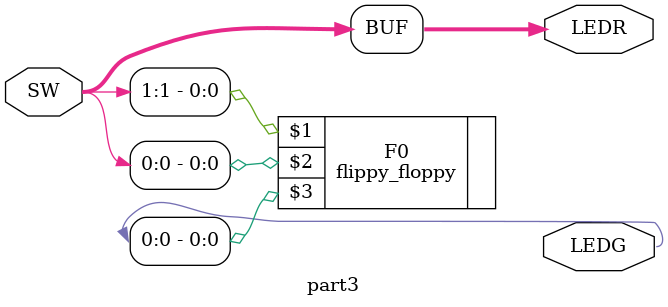
<source format=v>

module part3 (SW, LEDR,LEDG);

	input [1:0] SW;
	output [1:0] LEDR, LEDG;
	
	assign LEDR = SW;
	
	wire Q;
	
	flippy_floppy F0 (SW[1], SW[0], LEDG[0]);
	
endmodule 


</source>
